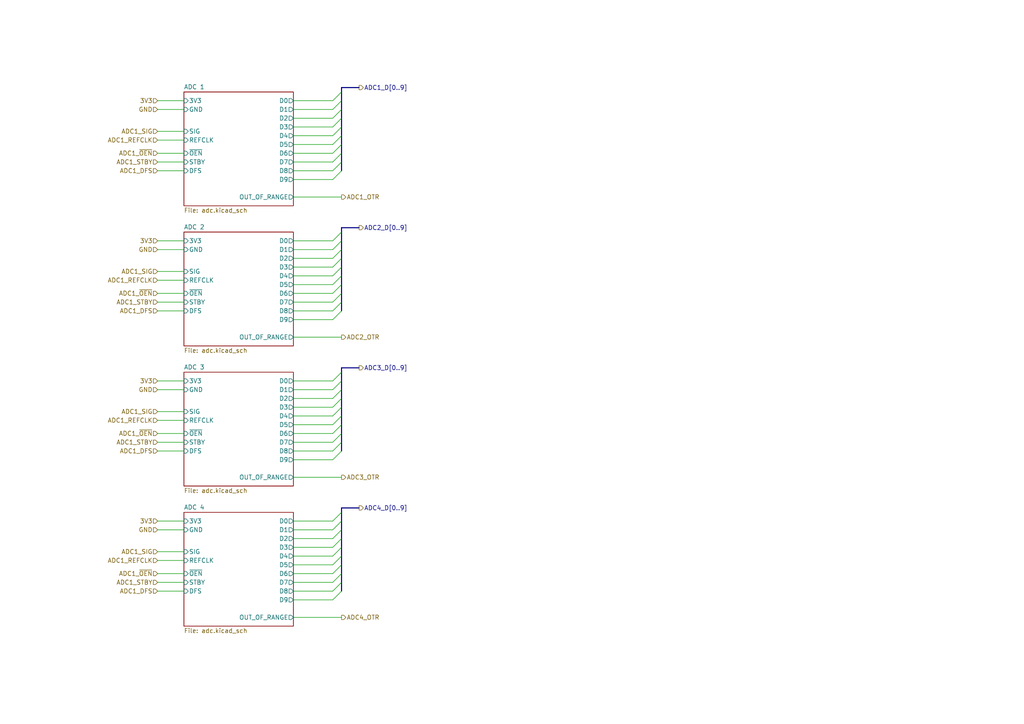
<source format=kicad_sch>
(kicad_sch (version 20211123) (generator eeschema)
  (paper "A4")
  (lib_symbols)
  (bus_entry (at 96.52 133.35) (size 2.54 -2.54))
  (bus_entry (at 96.52 128.27) (size 2.54 -2.54))
  (bus_entry (at 96.52 74.93) (size 2.54 -2.54))
  (bus_entry (at 96.52 110.49) (size 2.54 -2.54))
  (bus_entry (at 96.52 118.11) (size 2.54 -2.54))
  (bus_entry (at 96.52 80.01) (size 2.54 -2.54))
  (bus_entry (at 96.52 85.09) (size 2.54 -2.54))
  (bus_entry (at 96.52 82.55) (size 2.54 -2.54))
  (bus_entry (at 96.52 153.67) (size 2.54 -2.54))
  (bus_entry (at 96.52 90.17) (size 2.54 -2.54))
  (bus_entry (at 96.52 161.29) (size 2.54 -2.54))
  (bus_entry (at 96.52 52.07) (size 2.54 -2.54))
  (bus_entry (at 96.52 49.53) (size 2.54 -2.54))
  (bus_entry (at 96.52 46.99) (size 2.54 -2.54))
  (bus_entry (at 96.52 44.45) (size 2.54 -2.54))
  (bus_entry (at 96.52 41.91) (size 2.54 -2.54))
  (bus_entry (at 96.52 39.37) (size 2.54 -2.54))
  (bus_entry (at 96.52 36.83) (size 2.54 -2.54))
  (bus_entry (at 96.52 34.29) (size 2.54 -2.54))
  (bus_entry (at 96.52 31.75) (size 2.54 -2.54))
  (bus_entry (at 96.52 29.21) (size 2.54 -2.54))
  (bus_entry (at 96.52 166.37) (size 2.54 -2.54))
  (bus_entry (at 96.52 156.21) (size 2.54 -2.54))
  (bus_entry (at 96.52 173.99) (size 2.54 -2.54))
  (bus_entry (at 96.52 87.63) (size 2.54 -2.54))
  (bus_entry (at 96.52 151.13) (size 2.54 -2.54))
  (bus_entry (at 96.52 163.83) (size 2.54 -2.54))
  (bus_entry (at 96.52 123.19) (size 2.54 -2.54))
  (bus_entry (at 96.52 92.71) (size 2.54 -2.54))
  (bus_entry (at 96.52 125.73) (size 2.54 -2.54))
  (bus_entry (at 96.52 130.81) (size 2.54 -2.54))
  (bus_entry (at 96.52 171.45) (size 2.54 -2.54))
  (bus_entry (at 96.52 69.85) (size 2.54 -2.54))
  (bus_entry (at 96.52 113.03) (size 2.54 -2.54))
  (bus_entry (at 96.52 168.91) (size 2.54 -2.54))
  (bus_entry (at 96.52 158.75) (size 2.54 -2.54))
  (bus_entry (at 96.52 115.57) (size 2.54 -2.54))
  (bus_entry (at 96.52 72.39) (size 2.54 -2.54))
  (bus_entry (at 96.52 77.47) (size 2.54 -2.54))
  (bus_entry (at 96.52 120.65) (size 2.54 -2.54))
  (wire (pts (xy 85.09 77.47) (xy 96.52 77.47)))
  (wire (pts (xy 85.09 166.37) (xy 96.52 166.37)))
  (bus (pts (xy 99.06 107.95) (xy 99.06 106.68)))
  (wire (pts (xy 85.09 57.15) (xy 99.06 57.15)))
  (bus (pts (xy 99.06 125.73) (xy 99.06 123.19)))
  (bus (pts (xy 99.06 67.31) (xy 99.06 66.04)))
  (bus (pts (xy 99.06 163.83) (xy 99.06 161.29)))
  (bus (pts (xy 99.06 87.63) (xy 99.06 85.09)))
  (wire (pts (xy 85.09 118.11) (xy 96.52 118.11)))
  (wire (pts (xy 85.09 72.39) (xy 96.52 72.39)))
  (wire (pts (xy 85.09 39.37) (xy 96.52 39.37)))
  (wire (pts (xy 85.09 80.01) (xy 96.52 80.01)))
  (wire (pts (xy 85.09 110.49) (xy 96.52 110.49)))
  (bus (pts (xy 99.06 69.85) (xy 99.06 67.31)))
  (wire (pts (xy 45.72 125.73) (xy 53.34 125.73)))
  (bus (pts (xy 99.06 106.68) (xy 104.14 106.68)))
  (bus (pts (xy 99.06 161.29) (xy 99.06 158.75)))
  (wire (pts (xy 45.72 46.99) (xy 53.34 46.99)))
  (wire (pts (xy 85.09 173.99) (xy 96.52 173.99)))
  (wire (pts (xy 85.09 138.43) (xy 99.06 138.43)))
  (bus (pts (xy 99.06 115.57) (xy 99.06 113.03)))
  (wire (pts (xy 45.72 130.81) (xy 53.34 130.81)))
  (wire (pts (xy 45.72 162.56) (xy 53.34 162.56)))
  (bus (pts (xy 99.06 46.99) (xy 99.06 44.45)))
  (wire (pts (xy 85.09 82.55) (xy 96.52 82.55)))
  (bus (pts (xy 99.06 39.37) (xy 99.06 36.83)))
  (wire (pts (xy 85.09 46.99) (xy 96.52 46.99)))
  (bus (pts (xy 99.06 118.11) (xy 99.06 115.57)))
  (wire (pts (xy 45.72 29.21) (xy 53.34 29.21)))
  (bus (pts (xy 99.06 36.83) (xy 99.06 34.29)))
  (wire (pts (xy 85.09 115.57) (xy 96.52 115.57)))
  (bus (pts (xy 99.06 66.04) (xy 104.14 66.04)))
  (wire (pts (xy 85.09 128.27) (xy 96.52 128.27)))
  (wire (pts (xy 45.72 168.91) (xy 53.34 168.91)))
  (wire (pts (xy 45.72 121.92) (xy 53.34 121.92)))
  (bus (pts (xy 99.06 113.03) (xy 99.06 110.49)))
  (bus (pts (xy 99.06 72.39) (xy 99.06 69.85)))
  (bus (pts (xy 99.06 31.75) (xy 99.06 29.21)))
  (bus (pts (xy 99.06 156.21) (xy 99.06 153.67)))
  (wire (pts (xy 45.72 72.39) (xy 53.34 72.39)))
  (wire (pts (xy 85.09 44.45) (xy 96.52 44.45)))
  (wire (pts (xy 45.72 166.37) (xy 53.34 166.37)))
  (wire (pts (xy 85.09 49.53) (xy 96.52 49.53)))
  (wire (pts (xy 85.09 158.75) (xy 96.52 158.75)))
  (wire (pts (xy 45.72 81.28) (xy 53.34 81.28)))
  (bus (pts (xy 99.06 29.21) (xy 99.06 26.67)))
  (wire (pts (xy 85.09 171.45) (xy 96.52 171.45)))
  (wire (pts (xy 85.09 69.85) (xy 96.52 69.85)))
  (wire (pts (xy 45.72 113.03) (xy 53.34 113.03)))
  (wire (pts (xy 45.72 78.74) (xy 53.34 78.74)))
  (wire (pts (xy 85.09 161.29) (xy 96.52 161.29)))
  (bus (pts (xy 99.06 166.37) (xy 99.06 163.83)))
  (wire (pts (xy 85.09 123.19) (xy 96.52 123.19)))
  (bus (pts (xy 99.06 171.45) (xy 99.06 168.91)))
  (wire (pts (xy 85.09 163.83) (xy 96.52 163.83)))
  (wire (pts (xy 85.09 153.67) (xy 96.52 153.67)))
  (wire (pts (xy 85.09 97.79) (xy 99.06 97.79)))
  (bus (pts (xy 99.06 49.53) (xy 99.06 46.99)))
  (wire (pts (xy 45.72 110.49) (xy 53.34 110.49)))
  (wire (pts (xy 85.09 125.73) (xy 96.52 125.73)))
  (bus (pts (xy 99.06 158.75) (xy 99.06 156.21)))
  (wire (pts (xy 45.72 171.45) (xy 53.34 171.45)))
  (wire (pts (xy 45.72 38.1) (xy 53.34 38.1)))
  (bus (pts (xy 99.06 25.4) (xy 104.14 25.4)))
  (wire (pts (xy 85.09 85.09) (xy 96.52 85.09)))
  (wire (pts (xy 45.72 87.63) (xy 53.34 87.63)))
  (wire (pts (xy 85.09 120.65) (xy 96.52 120.65)))
  (bus (pts (xy 99.06 77.47) (xy 99.06 74.93)))
  (wire (pts (xy 85.09 34.29) (xy 96.52 34.29)))
  (wire (pts (xy 85.09 74.93) (xy 96.52 74.93)))
  (wire (pts (xy 85.09 31.75) (xy 96.52 31.75)))
  (wire (pts (xy 85.09 92.71) (xy 96.52 92.71)))
  (bus (pts (xy 99.06 26.67) (xy 99.06 25.4)))
  (bus (pts (xy 99.06 82.55) (xy 99.06 80.01)))
  (bus (pts (xy 99.06 74.93) (xy 99.06 72.39)))
  (bus (pts (xy 99.06 44.45) (xy 99.06 41.91)))
  (bus (pts (xy 99.06 120.65) (xy 99.06 118.11)))
  (bus (pts (xy 99.06 110.49) (xy 99.06 107.95)))
  (wire (pts (xy 45.72 160.02) (xy 53.34 160.02)))
  (bus (pts (xy 99.06 130.81) (xy 99.06 128.27)))
  (wire (pts (xy 85.09 113.03) (xy 96.52 113.03)))
  (wire (pts (xy 45.72 151.13) (xy 53.34 151.13)))
  (bus (pts (xy 99.06 34.29) (xy 99.06 31.75)))
  (wire (pts (xy 45.72 90.17) (xy 53.34 90.17)))
  (bus (pts (xy 99.06 85.09) (xy 99.06 82.55)))
  (bus (pts (xy 99.06 128.27) (xy 99.06 125.73)))
  (wire (pts (xy 45.72 69.85) (xy 53.34 69.85)))
  (wire (pts (xy 45.72 40.64) (xy 53.34 40.64)))
  (wire (pts (xy 45.72 85.09) (xy 53.34 85.09)))
  (bus (pts (xy 99.06 151.13) (xy 99.06 148.59)))
  (bus (pts (xy 99.06 153.67) (xy 99.06 151.13)))
  (wire (pts (xy 45.72 153.67) (xy 53.34 153.67)))
  (bus (pts (xy 99.06 168.91) (xy 99.06 166.37)))
  (wire (pts (xy 85.09 36.83) (xy 96.52 36.83)))
  (bus (pts (xy 99.06 80.01) (xy 99.06 77.47)))
  (bus (pts (xy 99.06 148.59) (xy 99.06 147.32)))
  (wire (pts (xy 45.72 49.53) (xy 53.34 49.53)))
  (wire (pts (xy 85.09 130.81) (xy 96.52 130.81)))
  (wire (pts (xy 85.09 168.91) (xy 96.52 168.91)))
  (bus (pts (xy 99.06 123.19) (xy 99.06 120.65)))
  (bus (pts (xy 99.06 90.17) (xy 99.06 87.63)))
  (bus (pts (xy 99.06 41.91) (xy 99.06 39.37)))
  (wire (pts (xy 85.09 179.07) (xy 99.06 179.07)))
  (wire (pts (xy 85.09 87.63) (xy 96.52 87.63)))
  (wire (pts (xy 85.09 133.35) (xy 96.52 133.35)))
  (wire (pts (xy 45.72 44.45) (xy 53.34 44.45)))
  (wire (pts (xy 45.72 128.27) (xy 53.34 128.27)))
  (wire (pts (xy 85.09 151.13) (xy 96.52 151.13)))
  (wire (pts (xy 85.09 90.17) (xy 96.52 90.17)))
  (wire (pts (xy 45.72 119.38) (xy 53.34 119.38)))
  (wire (pts (xy 85.09 41.91) (xy 96.52 41.91)))
  (wire (pts (xy 45.72 31.75) (xy 53.34 31.75)))
  (wire (pts (xy 85.09 52.07) (xy 96.52 52.07)))
  (wire (pts (xy 85.09 29.21) (xy 96.52 29.21)))
  (bus (pts (xy 99.06 147.32) (xy 104.14 147.32)))
  (wire (pts (xy 85.09 156.21) (xy 96.52 156.21)))
  (hierarchical_label "ADC1_SIG" (shape input) (at 45.72 160.02 180))
  (hierarchical_label "ADC1_REFCLK" (shape input) (at 45.72 81.28 180))
  (hierarchical_label "ADC1_~{OEN}" (shape input) (at 45.72 85.09 180))
  (hierarchical_label "ADC1_DFS" (shape input) (at 45.72 130.81 180))
  (hierarchical_label "ADC1_DFS" (shape input) (at 45.72 90.17 180))
  (hierarchical_label "ADC1_~{OEN}" (shape input) (at 45.72 44.45 180))
  (hierarchical_label "GND" (shape input) (at 45.72 72.39 180))
  (hierarchical_label "GND" (shape input) (at 45.72 31.75 180))
  (hierarchical_label "ADC3_D[0..9]" (shape output) (at 104.14 106.68 0))
  (hierarchical_label "3V3" (shape input) (at 45.72 110.49 180))
  (hierarchical_label "ADC2_OTR" (shape output) (at 99.06 97.79 0))
  (hierarchical_label "GND" (shape input) (at 45.72 113.03 180))
  (hierarchical_label "ADC4_OTR" (shape output) (at 99.06 179.07 0))
  (hierarchical_label "ADC1_STBY" (shape input) (at 45.72 46.99 180))
  (hierarchical_label "ADC1_STBY" (shape input) (at 45.72 168.91 180))
  (hierarchical_label "ADC1_STBY" (shape input) (at 45.72 87.63 180))
  (hierarchical_label "ADC1_REFCLK" (shape input) (at 45.72 121.92 180))
  (hierarchical_label "ADC1_SIG" (shape input) (at 45.72 78.74 180))
  (hierarchical_label "ADC1_DFS" (shape input) (at 45.72 49.53 180))
  (hierarchical_label "ADC1_REFCLK" (shape input) (at 45.72 40.64 180))
  (hierarchical_label "ADC1_OTR" (shape output) (at 99.06 57.15 0))
  (hierarchical_label "ADC1_DFS" (shape input) (at 45.72 171.45 180))
  (hierarchical_label "GND" (shape input) (at 45.72 153.67 180))
  (hierarchical_label "3V3" (shape input) (at 45.72 69.85 180))
  (hierarchical_label "ADC1_STBY" (shape input) (at 45.72 128.27 180))
  (hierarchical_label "3V3" (shape input) (at 45.72 151.13 180))
  (hierarchical_label "3V3" (shape input) (at 45.72 29.21 180))
  (hierarchical_label "ADC4_D[0..9]" (shape output) (at 104.14 147.32 0))
  (hierarchical_label "ADC1_D[0..9]" (shape output) (at 104.14 25.4 0))
  (hierarchical_label "ADC3_OTR" (shape output) (at 99.06 138.43 0))
  (hierarchical_label "ADC1_REFCLK" (shape input) (at 45.72 162.56 180))
  (hierarchical_label "ADC1_SIG" (shape input) (at 45.72 38.1 180))
  (hierarchical_label "ADC1_~{OEN}" (shape input) (at 45.72 166.37 180))
  (hierarchical_label "ADC1_~{OEN}" (shape input) (at 45.72 125.73 180))
  (hierarchical_label "ADC2_D[0..9]" (shape output) (at 104.14 66.04 0))
  (hierarchical_label "ADC1_SIG" (shape input) (at 45.72 119.38 180))
  (sheet (at 53.34 148.59) (size 31.75 33.02) (stroke (width 0.1524))
    (property "Sheet name" "ADC 4" (at 53.34 147.8784 0) (effects (justify left bottom)))
    (property "Sheet file" "adc.kicad_sch" (at 53.34 182.1946 0) (effects (justify left top)))
    (pin "GND" input (at 53.34 153.67 180))
    (pin "3V3" input (at 53.34 151.13 180))
    (pin "SIG" input (at 53.34 160.02 180))
    (pin "STBY" input (at 53.34 168.91 180))
    (pin "REFCLK" input (at 53.34 162.56 180))
    (pin "OUT_OF_RANGE" output (at 85.09 179.07 0))
    (pin "~{OEN}" input (at 53.34 166.37 180))
    (pin "D5" output (at 85.09 163.83 0))
    (pin "D0" output (at 85.09 151.13 0))
    (pin "D1" output (at 85.09 153.67 0))
    (pin "D4" output (at 85.09 161.29 0))
    (pin "D6" output (at 85.09 166.37 0))
    (pin "D9" output (at 85.09 173.99 0))
    (pin "D7" output (at 85.09 168.91 0))
    (pin "D8" output (at 85.09 171.45 0))
    (pin "D3" output (at 85.09 158.75 0))
    (pin "D2" output (at 85.09 156.21 0))
    (pin "DFS" input (at 53.34 171.45 180))
  )
  (sheet (at 53.34 67.31) (size 31.75 33.02) (stroke (width 0.1524))
    (property "Sheet name" "ADC 2" (at 53.34 66.5984 0) (effects (justify left bottom)))
    (property "Sheet file" "adc.kicad_sch" (at 53.34 100.9146 0) (effects (justify left top)))
    (pin "GND" input (at 53.34 72.39 180))
    (pin "3V3" input (at 53.34 69.85 180))
    (pin "SIG" input (at 53.34 78.74 180))
    (pin "STBY" input (at 53.34 87.63 180))
    (pin "REFCLK" input (at 53.34 81.28 180))
    (pin "OUT_OF_RANGE" output (at 85.09 97.79 0))
    (pin "~{OEN}" input (at 53.34 85.09 180))
    (pin "D5" output (at 85.09 82.55 0))
    (pin "D0" output (at 85.09 69.85 0))
    (pin "D1" output (at 85.09 72.39 0))
    (pin "D4" output (at 85.09 80.01 0))
    (pin "D6" output (at 85.09 85.09 0))
    (pin "D9" output (at 85.09 92.71 0))
    (pin "D7" output (at 85.09 87.63 0))
    (pin "D8" output (at 85.09 90.17 0))
    (pin "D3" output (at 85.09 77.47 0))
    (pin "D2" output (at 85.09 74.93 0))
    (pin "DFS" input (at 53.34 90.17 180))
  )
  (sheet (at 53.34 26.67) (size 31.75 33.02) (stroke (width 0.1524))
    (property "Sheet name" "ADC 1" (at 53.34 25.9584 0) (effects (justify left bottom)))
    (property "Sheet file" "adc.kicad_sch" (at 53.34 60.2746 0) (effects (justify left top)))
    (pin "GND" input (at 53.34 31.75 180))
    (pin "3V3" input (at 53.34 29.21 180))
    (pin "SIG" input (at 53.34 38.1 180))
    (pin "STBY" input (at 53.34 46.99 180))
    (pin "REFCLK" input (at 53.34 40.64 180))
    (pin "OUT_OF_RANGE" output (at 85.09 57.15 0))
    (pin "~{OEN}" input (at 53.34 44.45 180))
    (pin "D5" output (at 85.09 41.91 0))
    (pin "D0" output (at 85.09 29.21 0))
    (pin "D1" output (at 85.09 31.75 0))
    (pin "D4" output (at 85.09 39.37 0))
    (pin "D6" output (at 85.09 44.45 0))
    (pin "D9" output (at 85.09 52.07 0))
    (pin "D7" output (at 85.09 46.99 0))
    (pin "D8" output (at 85.09 49.53 0))
    (pin "D3" output (at 85.09 36.83 0))
    (pin "D2" output (at 85.09 34.29 0))
    (pin "DFS" input (at 53.34 49.53 180))
  )
  (sheet (at 53.34 107.95) (size 31.75 33.02) (stroke (width 0.1524))
    (property "Sheet name" "ADC 3" (at 53.34 107.2384 0) (effects (justify left bottom)))
    (property "Sheet file" "adc.kicad_sch" (at 53.34 141.5546 0) (effects (justify left top)))
    (pin "GND" input (at 53.34 113.03 180))
    (pin "3V3" input (at 53.34 110.49 180))
    (pin "SIG" input (at 53.34 119.38 180))
    (pin "STBY" input (at 53.34 128.27 180))
    (pin "REFCLK" input (at 53.34 121.92 180))
    (pin "OUT_OF_RANGE" output (at 85.09 138.43 0))
    (pin "~{OEN}" input (at 53.34 125.73 180))
    (pin "D5" output (at 85.09 123.19 0))
    (pin "D0" output (at 85.09 110.49 0))
    (pin "D1" output (at 85.09 113.03 0))
    (pin "D4" output (at 85.09 120.65 0))
    (pin "D6" output (at 85.09 125.73 0))
    (pin "D9" output (at 85.09 133.35 0))
    (pin "D7" output (at 85.09 128.27 0))
    (pin "D8" output (at 85.09 130.81 0))
    (pin "D3" output (at 85.09 118.11 0))
    (pin "D2" output (at 85.09 115.57 0))
    (pin "DFS" input (at 53.34 130.81 180))
  )
)
</source>
